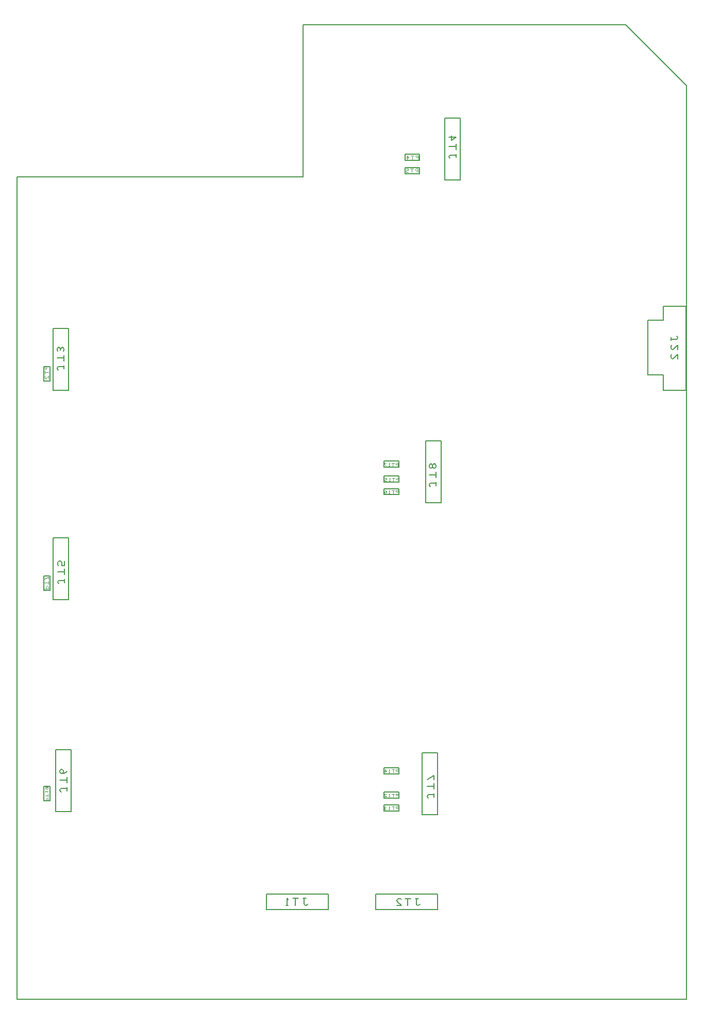
<source format=gbr>
%FSLAX35Y35*%
%MOIN*%
G04 EasyPC Gerber Version 18.0.8 Build 3632 *
%ADD136C,0.00276*%
%ADD13C,0.00394*%
%ADD10C,0.00500*%
%ADD123C,0.00591*%
X0Y0D02*
D02*
D10*
X39370Y39370D02*
Y570866D01*
X224409*
Y669291*
X433071*
X472441Y629921*
Y39370*
X39370*
X60472Y177087D02*
X56535D01*
Y167638*
X60472*
Y177087*
Y313110D02*
X56535D01*
Y303661*
X60472*
Y313110*
Y448504D02*
X56535D01*
Y439055*
X60472*
Y448504*
X62657Y297618D02*
X72657D01*
Y337618*
X62657*
Y297618*
Y433012D02*
X72657D01*
Y473012*
X62657*
Y433012*
X64193Y160807D02*
X74193D01*
Y200807*
X64193*
Y160807*
X240472Y97362D02*
Y107362D01*
X200472*
Y97362*
X240472*
X276772Y387205D02*
Y383268D01*
X286220*
Y387205*
X276772*
X286220Y161024D02*
Y164961D01*
X276772*
Y161024*
X286220*
Y169390D02*
Y173327D01*
X276772*
Y169390*
X286220*
Y185138D02*
Y189075D01*
X276772*
Y185138*
X286220*
Y365551D02*
Y369488D01*
X276772*
Y365551*
X286220*
Y373622D02*
Y377559D01*
X276772*
Y373622*
X286220*
X299567Y573150D02*
Y577087D01*
X290118*
Y573150*
X299567*
Y581654D02*
Y585591D01*
X290118*
Y581654*
X299567*
X301398Y158602D02*
X311398D01*
Y198602*
X301398*
Y158602*
X303760Y360256D02*
X313760D01*
Y400256*
X303760*
Y360256*
X311339Y97362D02*
Y107362D01*
X271339*
Y97362*
X311339*
X315965Y569173D02*
X325965D01*
Y609173*
X315965*
Y569173*
X472047Y487205D02*
Y433071D01*
X457283*
Y442913*
X447441*
Y478346*
X457283*
Y487205*
X472047*
D02*
D13*
X57087Y304626D02*
X59449D01*
Y306004*
X59252Y306398*
X58858Y306594*
X58465Y306398*
X58268Y306004*
Y304626*
X57087Y308760D02*
X59449D01*
Y307776D02*
Y309744D01*
X57087Y310925D02*
X59449Y312500D01*
Y310925*
X59528Y448701D02*
X57165D01*
Y447323*
X57362Y446929*
X57756Y446732*
X58150Y446929*
X58346Y447323*
Y448701*
X59528Y444567D02*
X57165D01*
Y445551D02*
Y443583D01*
X59528Y440827D02*
Y442402D01*
X58150Y441024*
X57756Y440827*
X57362Y441024*
X57165Y441417*
Y442008*
X57362Y442402*
X298681Y573937D02*
Y576299D01*
X297303*
X296909Y576102*
X296713Y575709*
X296909Y575315*
X297303Y575118*
X298681*
X294547Y573937D02*
Y576299D01*
X295531D02*
X293563D01*
X292382Y574134D02*
X291988Y573937D01*
X291398*
X291004Y574134*
X290807Y574528*
Y574724*
X291004Y575118*
X291398Y575315*
X292382*
Y576299*
X290807*
X298917Y582480D02*
Y584843D01*
X297539*
X297146Y584646*
X296949Y584252*
X297146Y583858*
X297539Y583661*
X298917*
X294783Y582480D02*
Y584843D01*
X295768D02*
X293799D01*
X291634Y582480D02*
Y584843D01*
X292618Y583268*
X291043*
D02*
D123*
X65960Y446122D02*
X65591Y446491D01*
X65222Y447230*
X65591Y447968*
X65960Y448337*
X69651*
Y449075*
Y448337D02*
Y446860D01*
X65222Y453873D02*
X69651D01*
Y452028D02*
Y455719D01*
X65591Y458302D02*
X65222Y459041D01*
Y459779*
X65591Y460517*
X66329Y460886*
X67067Y460517*
X67436Y459779*
Y459041*
Y459779D02*
X67805Y460517D01*
X68543Y460886*
X69281Y460517*
X69651Y459779*
Y459041*
X69281Y458302*
X66314Y307972D02*
X65945Y308342D01*
X65576Y309080*
X65945Y309818*
X66314Y310187*
X70005*
Y310925*
Y310187D02*
Y308711D01*
X65576Y315724D02*
X70005D01*
Y313878D02*
Y317569D01*
X65945Y319783D02*
X65576Y320522D01*
Y321629*
X65945Y322367*
X66683Y322736*
X67052*
X67791Y322367*
X68159Y321629*
Y319783*
X70005*
Y322736*
X67791Y173425D02*
X67421Y173794D01*
X67052Y174533*
X67421Y175271*
X67791Y175640*
X71481*
Y176378*
Y175640D02*
Y174163D01*
X67052Y181176D02*
X71481D01*
Y179331D02*
Y183022D01*
X68159Y185236D02*
X68898Y185606D01*
X69267Y186344*
Y187082*
X68898Y187820*
X68159Y188189*
X67421Y187820*
X67052Y187082*
Y186344*
X67421Y185606*
X68159Y185236*
X69267*
X70374Y185606*
X71112Y186344*
X71481Y187082*
X227165Y100861D02*
X226796Y100492D01*
X226058Y100123*
X225320Y100492*
X224951Y100861*
Y104552*
X224213*
X224951D02*
X226427D01*
X219414Y100123D02*
Y104552D01*
X221260D02*
X217569D01*
X214616Y100123D02*
X213140D01*
X213878D02*
Y104552D01*
X214616Y103814*
X299803Y100665D02*
X299434Y100295D01*
X298696Y99926*
X297957Y100295*
X297589Y100665*
Y104356*
X296850*
X297589D02*
X299065D01*
X292052Y99926D02*
Y104356D01*
X293898D02*
X290207D01*
X285039Y99926D02*
X287992D01*
X285408Y102510*
X285039Y103248*
X285408Y103986*
X286146Y104356*
X287254*
X287992Y103986*
X305291Y169390D02*
X304921Y169759D01*
X304552Y170497*
X304921Y171235*
X305291Y171604*
X308981*
Y172343*
Y171604D02*
Y170128D01*
X304552Y177141D02*
X308981D01*
Y175295D02*
Y178986D01*
X304552Y181201D02*
X308981Y184154D01*
Y181201*
X306570Y370768D02*
X306201Y371137D01*
X305832Y371875*
X306201Y372613*
X306570Y372982*
X310261*
Y373720*
Y372982D02*
Y371506D01*
X305832Y378519D02*
X310261D01*
Y376673D02*
Y380364D01*
X308046Y383686D02*
Y384424D01*
X308415Y385163*
X309154Y385531*
X309892Y385163*
X310261Y384424*
Y383686*
X309892Y382948*
X309154Y382579*
X308415Y382948*
X308046Y383686*
X307677Y382948*
X306939Y382579*
X306201Y382948*
X305832Y383686*
Y384424*
X306201Y385163*
X306939Y385531*
X307677Y385163*
X308046Y384424*
X319424Y582874D02*
X319055Y583243D01*
X318686Y583981*
X319055Y584720*
X319424Y585089*
X323115*
Y585827*
Y585089D02*
Y583612D01*
X318686Y590625D02*
X323115D01*
Y588780D02*
Y592470D01*
X318686Y596531D02*
X323115D01*
X320163Y594685*
Y597638*
X465950Y468150D02*
X466319Y467780D01*
X466688Y467042*
X466319Y466304*
X465950Y465935*
X462259*
Y465197*
Y465935D02*
Y467411D01*
X466688Y459291D02*
Y462244D01*
X464104Y459660*
X463366Y459291*
X462628Y459660*
X462259Y460398*
Y461506*
X462628Y462244*
X466688Y453386D02*
Y456339D01*
X464104Y453755*
X463366Y453386*
X462628Y453755*
X462259Y454493*
Y455600*
X462628Y456339*
D02*
D136*
X57468Y167815D02*
X59387D01*
Y168935*
X59228Y169254*
X58907Y169415*
X58588Y169254*
X58428Y168935*
Y167815*
X57468Y171174D02*
X59387D01*
Y170374D02*
Y171974D01*
X57468Y173253D02*
Y173893D01*
Y173573D02*
X59387D01*
X59067Y173253*
X57628Y175652D02*
X57468Y175972D01*
Y176292*
X57628Y176612*
X57948Y176772*
X58907*
X59228Y176612*
X59387Y176292*
Y175972*
X59228Y175652*
X58907Y175492*
X57948*
X57628Y175652*
X59228Y176612*
X285728Y384043D02*
Y385962D01*
X284609*
X284289Y385802*
X284129Y385482*
X284289Y385163*
X284609Y385002*
X285728*
X282370Y384043D02*
Y385962D01*
X283169D02*
X281570D01*
X280290Y384043D02*
X279650D01*
X279970D02*
Y385962D01*
X280290Y385642*
X278051Y384043D02*
X276772Y385962D01*
X278051*
X285827Y161996D02*
Y163915D01*
X284707*
X284387Y163755*
X284227Y163435*
X284387Y163115*
X284707Y162955*
X285827*
X282468Y161996D02*
Y163915D01*
X283268D02*
X281668D01*
X280389Y161996D02*
X279749D01*
X280069D02*
Y163915D01*
X280389Y163595*
X277990Y162156D02*
X277670Y161996D01*
X277350*
X277030Y162156*
X276870Y162476*
X277030Y162795*
X277350Y162955*
X277670*
X277350D02*
X277030Y163115D01*
X276870Y163435*
X277030Y163755*
X277350Y163915*
X277670*
X277990Y163755*
X285827Y170263D02*
Y172183D01*
X284707*
X284387Y172023*
X284227Y171703*
X284387Y171383*
X284707Y171223*
X285827*
X282468Y170263D02*
Y172183D01*
X283268D02*
X281668D01*
X280389Y170263D02*
X279749D01*
X280069D02*
Y172183D01*
X280389Y171863*
X276870Y170263D02*
X278150D01*
X277030Y171383*
X276870Y171703*
X277030Y172023*
X277350Y172183*
X277830*
X278150Y172023*
X285827Y186011D02*
Y187931D01*
X284707*
X284387Y187771*
X284227Y187451*
X284387Y187131*
X284707Y186971*
X285827*
X282468Y186011D02*
Y187931D01*
X283268D02*
X281668D01*
X280389Y186011D02*
X279749D01*
X280069D02*
Y187931D01*
X280389Y187611*
X277350Y186011D02*
Y187931D01*
X278150Y186651*
X276870*
X285827Y366523D02*
Y368443D01*
X284707*
X284387Y368283*
X284227Y367963*
X284387Y367643*
X284707Y367483*
X285827*
X282468Y366523D02*
Y368443D01*
X283268D02*
X281668D01*
X280389Y366523D02*
X279749D01*
X280069D02*
Y368443D01*
X280389Y368122*
X278150Y367003D02*
X277990Y367323D01*
X277670Y367483*
X277350*
X277030Y367323*
X276870Y367003*
X277030Y366683*
X277350Y366523*
X277670*
X277990Y366683*
X278150Y367003*
Y367483*
X277990Y367963*
X277670Y368283*
X277350Y368443*
X286024Y374299D02*
Y376218D01*
X284904*
X284584Y376058*
X284424Y375738*
X284584Y375419*
X284904Y375258*
X286024*
X282665Y374299D02*
Y376218D01*
X283465D02*
X281865D01*
X280585Y374299D02*
X279946D01*
X280266D02*
Y376218D01*
X280585Y375898*
X278346Y374459D02*
X278026Y374299D01*
X277547*
X277227Y374459*
X277067Y374779*
Y374939*
X277227Y375258*
X277547Y375419*
X278346*
Y376218*
X277067*
X0Y0D02*
M02*

</source>
